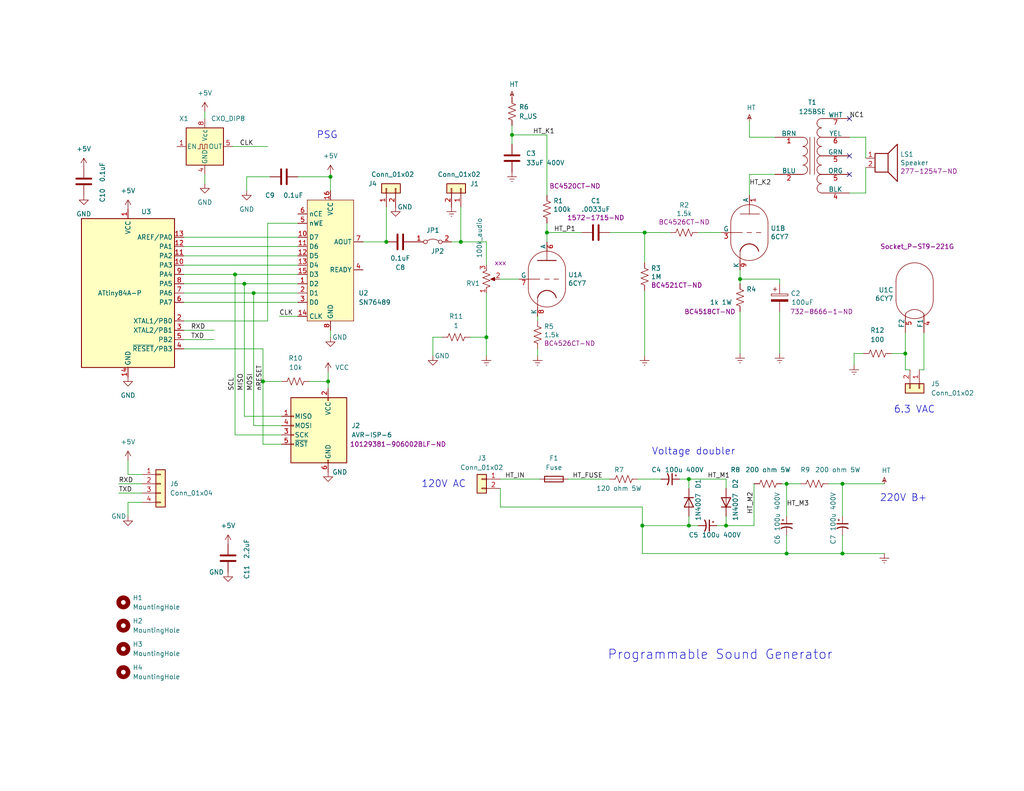
<source format=kicad_sch>
(kicad_sch (version 20230121) (generator eeschema)
  (paper "USLetter")
  (title_block (title "Audio Output Board") (date "2024-02-04") (rev "A") (company "UPCO Graphics Systems"))
  (lib_symbols
    (symbol "Connector:AVR-ISP-6" (pin_names (offset 1.016))
      (property "Reference" "J" (at -6.35 11.43 0))
      (property "Value" "AVR-ISP-6" (at 0 11.43 0))
      (symbol "AVR-ISP-6_0_1"
        (rectangle (start -2.667 -6.858) (end -2.413 -7.62))
        (rectangle (start -2.667 10.16) (end -2.413 9.398))
        (rectangle (start 7.62 -2.413) (end 6.858 -2.667))
        (rectangle (start 7.62 0.127) (end 6.858 -0.127))
        (rectangle (start 7.62 2.667) (end 6.858 2.413))
        (rectangle (start 7.62 5.207) (end 6.858 4.953))
        (rectangle (start 7.62 10.16) (end -7.62 -7.62) (stroke (width 0.254)) (fill (type background)))
      )
      (symbol "AVR-ISP-6_1_1"
        (pin passive line (at 10.16 5.08 180) (length 2.54) (name "MISO") (number "1"))
        (pin passive line (at -2.54 12.7 270) (length 2.54) (name "VCC") (number "2"))
        (pin passive line (at 10.16 0 180) (length 2.54) (name "SCK") (number "3"))
        (pin passive line (at 10.16 2.54 180) (length 2.54) (name "MOSI") (number "4"))
        (pin passive line (at 10.16 -2.54 180) (length 2.54) (name "~{RST}") (number "5"))
        (pin passive line (at -2.54 -10.16 90) (length 2.54) (name "GND") (number "6"))
      )
    )
    (symbol "Connector_Generic:Conn_01x02" (pin_names (offset 1.016) hide)
      (property "Reference" "J" (at 0 2.54 0))
      (property "Value" "Conn_01x02" (at 0 -5.08 0))
      (symbol "Conn_01x02_1_1"
        (rectangle (start -1.27 -2.413) (end 0 -2.667) (stroke (width 0.1524)))
        (rectangle (start -1.27 0.127) (end 0 -0.127) (stroke (width 0.1524)))
        (rectangle (start -1.27 1.27) (end 1.27 -3.81) (stroke (width 0.254)) (fill (type background)))
        (pin passive line (at -5.08 0 0) (length 3.81) (name "Pin_1") (number "1"))
        (pin passive line (at -5.08 -2.54 0) (length 3.81) (name "Pin_2") (number "2"))
      )
    )
    (symbol "Connector_Generic:Conn_01x04" (pin_names (offset 1.016) hide)
      (property "Reference" "J" (at 0 5.08 0))
      (property "Value" "Conn_01x04" (at 0 -7.62 0))
      (symbol "Conn_01x04_1_1"
        (rectangle (start -1.27 -4.953) (end 0 -5.207) (stroke (width 0.1524)))
        (rectangle (start -1.27 -2.413) (end 0 -2.667) (stroke (width 0.1524)))
        (rectangle (start -1.27 0.127) (end 0 -0.127) (stroke (width 0.1524)))
        (rectangle (start -1.27 2.667) (end 0 2.413) (stroke (width 0.1524)))
        (rectangle (start -1.27 3.81) (end 1.27 -6.35) (stroke (width 0.254)) (fill (type background)))
        (pin passive line (at -5.08 2.54 0) (length 3.81) (name "Pin_1") (number "1"))
        (pin passive line (at -5.08 0 0) (length 3.81) (name "Pin_2") (number "2"))
        (pin passive line (at -5.08 -2.54 0) (length 3.81) (name "Pin_3") (number "3"))
        (pin passive line (at -5.08 -5.08 0) (length 3.81) (name "Pin_4") (number "4"))
      )
    )
    (symbol "Device:C" (pin_numbers hide) (pin_names (offset 0.254))
      (property "Reference" "C" (at 0.635 2.54 0))
      (property "Value" "C" (at 0.635 -2.54 0))
      (symbol "C_0_1"
        (polyline (pts (xy -2.032 -0.762) (xy 2.032 -0.762)) (stroke (width 0.508)))
        (polyline (pts (xy -2.032 0.762) (xy 2.032 0.762)) (stroke (width 0.508)))
      )
      (symbol "C_1_1"
        (pin passive line (at 0 3.81 270) (length 2.794) (name "~") (number "1"))
        (pin passive line (at 0 -3.81 90) (length 2.794) (name "~") (number "2"))
      )
    )
    (symbol "Device:C_Polarized_Small_US" (pin_numbers hide) (pin_names (offset 0.254) hide)
      (property "Reference" "C" (at 0.254 1.778 0))
      (property "Value" "C_Polarized_Small_US" (at 0.254 -2.032 0))
      (symbol "C_Polarized_Small_US_0_1"
        (polyline (pts (xy -1.524 0.508) (xy 1.524 0.508)) (stroke (width 0.3048)))
        (polyline (pts (xy -1.27 1.524) (xy -0.762 1.524)))
        (polyline (pts (xy -1.016 1.27) (xy -1.016 1.778)))
        (arc (start 1.524 -0.762) (mid 0 -0.3734) (end -1.524 -0.762) (stroke (width 0.3048)))
      )
      (symbol "C_Polarized_Small_US_1_1"
        (pin passive line (at 0 2.54 270) (length 2.032) (name "~") (number "1"))
        (pin passive line (at 0 -2.54 90) (length 2.032) (name "~") (number "2"))
      )
    )
    (symbol "Device:Fuse" (pin_numbers hide) (pin_names (offset 0))
      (property "Reference" "F" (at 2.032 0 90))
      (property "Value" "Fuse" (at -1.905 0 90))
      (symbol "Fuse_0_1"
        (rectangle (start -0.762 -2.54) (end 0.762 2.54) (stroke (width 0.254)))
        (polyline (pts (xy 0 2.54) (xy 0 -2.54)))
      )
      (symbol "Fuse_1_1"
        (pin passive line (at 0 3.81 270) (length 1.27) (name "~") (number "1"))
        (pin passive line (at 0 -3.81 90) (length 1.27) (name "~") (number "2"))
      )
    )
    (symbol "Device:R_US" (pin_numbers hide) (pin_names (offset 0))
      (property "Reference" "R" (at 2.54 0 90))
      (property "Value" "R_US" (at -2.54 0 90))
      (symbol "R_US_0_1"
        (polyline (pts (xy 0 -2.286) (xy 0 -2.54)))
        (polyline (pts (xy 0 2.286) (xy 0 2.54)))
        (polyline (pts (xy 0 -0.762) (xy 1.016 -1.143) (xy 0 -1.524) (xy -1.016 -1.905) (xy 0 -2.286)))
        (polyline (pts (xy 0 0.762) (xy 1.016 0.381) (xy 0 0) (xy -1.016 -0.381) (xy 0 -0.762)))
        (polyline (pts (xy 0 2.286) (xy 1.016 1.905) (xy 0 1.524) (xy -1.016 1.143) (xy 0 0.762)))
      )
      (symbol "R_US_1_1"
        (pin passive line (at 0 3.81 270) (length 1.27) (name "~") (number "1"))
        (pin passive line (at 0 -3.81 90) (length 1.27) (name "~") (number "2"))
      )
    )
    (symbol "Device:Speaker" (pin_names (offset 0) hide)
      (property "Reference" "LS" (at 1.27 5.715 0))
      (property "Value" "Speaker" (at 1.27 3.81 0))
      (symbol "Speaker_0_0"
        (rectangle (start -2.54 1.27) (end 1.016 -3.81) (stroke (width 0.254)))
        (polyline (pts (xy 1.016 1.27) (xy 3.556 3.81) (xy 3.556 -6.35) (xy 1.016 -3.81)) (stroke (width 0.254)))
      )
      (symbol "Speaker_1_1"
        (pin input line (at -5.08 0 0) (length 2.54) (name "1") (number "1"))
        (pin input line (at -5.08 -2.54 0) (length 2.54) (name "2") (number "2"))
      )
    )
    (symbol "Diode:1N4007" (pin_numbers hide) (pin_names hide)
      (property "Reference" "D" (at 0 2.54 0))
      (property "Value" "1N4007" (at 0 -2.54 0))
      (symbol "1N4007_0_1"
        (polyline (pts (xy -1.27 1.27) (xy -1.27 -1.27)) (stroke (width 0.254)))
        (polyline (pts (xy 1.27 0) (xy -1.27 0)))
        (polyline (pts (xy 1.27 1.27) (xy 1.27 -1.27) (xy -1.27 0) (xy 1.27 1.27)) (stroke (width 0.254)))
      )
      (symbol "1N4007_1_1"
        (pin passive line (at -3.81 0 0) (length 2.54) (name "K") (number "1"))
        (pin passive line (at 3.81 0 180) (length 2.54) (name "A") (number "2"))
      )
    )
    (symbol "Jumper:Jumper_2_Bridged" (pin_names (offset 0) hide)
      (property "Reference" "JP" (at 0 1.905 0))
      (property "Value" "Jumper_2_Bridged" (at 0 -2.54 0))
      (symbol "Jumper_2_Bridged_0_0"
        (circle (center -2.032 0) (radius 0.508))
        (circle (center 2.032 0) (radius 0.508))
      )
      (symbol "Jumper_2_Bridged_0_1"
        (arc (start 1.524 0.254) (mid 0 0.762) (end -1.524 0.254))
      )
      (symbol "Jumper_2_Bridged_1_1"
        (pin passive line (at -5.08 0 0) (length 2.54) (name "A") (number "1"))
        (pin passive line (at 5.08 0 180) (length 2.54) (name "B") (number "2"))
      )
    )
    (symbol "MCU_Microchip_ATtiny:ATtiny84A-P"
      (property "Reference" "U" (at -12.7 21.59 0))
      (property "Value" "ATtiny84A-P" (at 2.54 -21.59 0))
      (symbol "ATtiny84A-P_0_1"
        (rectangle (start -12.7 -20.32) (end 12.7 20.32) (stroke (width 0.254)) (fill (type background)))
      )
      (symbol "ATtiny84A-P_1_1"
        (pin power_in line (at 0 22.86 270) (length 2.54) (name "VCC") (number "1"))
        (pin bidirectional line (at 15.24 7.62 180) (length 2.54) (name "PA3") (number "10"))
        (pin bidirectional line (at 15.24 10.16 180) (length 2.54) (name "PA2") (number "11"))
        (pin bidirectional line (at 15.24 12.7 180) (length 2.54) (name "PA1") (number "12"))
        (pin bidirectional line (at 15.24 15.24 180) (length 2.54) (name "AREF/PA0") (number "13"))
        (pin power_in line (at 0 -22.86 90) (length 2.54) (name "GND") (number "14"))
        (pin bidirectional line (at 15.24 -7.62 180) (length 2.54) (name "XTAL1/PB0") (number "2"))
        (pin bidirectional line (at 15.24 -10.16 180) (length 2.54) (name "XTAL2/PB1") (number "3"))
        (pin bidirectional line (at 15.24 -15.24 180) (length 2.54) (name "~{RESET}/PB3") (number "4"))
        (pin bidirectional line (at 15.24 -12.7 180) (length 2.54) (name "PB2") (number "5"))
        (pin bidirectional line (at 15.24 -2.54 180) (length 2.54) (name "PA7") (number "6"))
        (pin bidirectional line (at 15.24 0 180) (length 2.54) (name "PA6") (number "7"))
        (pin bidirectional line (at 15.24 2.54 180) (length 2.54) (name "PA5") (number "8"))
        (pin bidirectional line (at 15.24 5.08 180) (length 2.54) (name "PA4") (number "9"))
      )
    )
    (symbol "Mechanical:MountingHole" (pin_names (offset 1.016))
      (property "Reference" "H" (at 0 5.08 0))
      (property "Value" "MountingHole" (at 0 3.175 0))
      (symbol "MountingHole_0_1"
        (circle (center 0 0) (radius 1.27) (stroke (width 1.27)))
      )
    )
    (symbol "Oscillator:CXO_DIP8" (pin_names (offset 0.254))
      (property "Reference" "X" (at -5.08 6.35 0))
      (property "Value" "CXO_DIP8" (at 1.27 -6.35 0))
      (symbol "CXO_DIP8_0_1"
        (rectangle (start -5.08 5.08) (end 5.08 -5.08) (stroke (width 0.254)) (fill (type background)))
        (polyline (pts (xy -1.905 -0.635) (xy -1.27 -0.635) (xy -1.27 0.635) (xy -0.635 0.635) (xy -0.635 -0.635) (xy 0 -0.635) (xy 0 0.635) (xy 0.635 0.635) (xy 0.635 -0.635)))
      )
      (symbol "CXO_DIP8_1_1"
        (pin input line (at -7.62 0 0) (length 2.54) (name "EN") (number "1"))
        (pin power_in line (at 0 -7.62 90) (length 2.54) (name "GND") (number "4"))
        (pin output line (at 7.62 0 180) (length 2.54) (name "OUT") (number "5"))
        (pin power_in line (at 0 7.62 270) (length 2.54) (name "Vcc") (number "8"))
      )
    )
    (symbol "amp-rescue:CP-Device" (pin_numbers hide) (pin_names (offset 0.254))
      (property "Reference" "C" (at 0.635 2.54 0))
      (property "Value" "Device_CP" (at 0.635 -2.54 0))
      (symbol "CP-Device_0_1"
        (rectangle (start -2.286 0.508) (end 2.286 1.016))
        (polyline (pts (xy -1.778 2.286) (xy -0.762 2.286)))
        (polyline (pts (xy -1.27 2.794) (xy -1.27 1.778)))
        (rectangle (start 2.286 -0.508) (end -2.286 -1.016) (fill (type outline)))
      )
      (symbol "CP-Device_1_1"
        (pin passive line (at 0 3.81 270) (length 2.794) (name "~") (number "1"))
        (pin passive line (at 0 -3.81 90) (length 2.794) (name "~") (number "2"))
      )
    )
    (symbol "amp-rescue:R_POT_US-Device" (pin_names (offset 1.016) hide)
      (property "Reference" "RV" (at -4.445 0 90))
      (property "Value" "Device_R_POT_US" (at -2.54 0 90))
      (symbol "R_POT_US-Device_0_1"
        (polyline (pts (xy 0 -2.286) (xy 0 -2.54)))
        (polyline (pts (xy 0 2.54) (xy 0 2.286)))
        (polyline (pts (xy 2.54 0) (xy 1.524 0)))
        (polyline (pts (xy 1.143 0) (xy 2.286 0.508) (xy 2.286 -0.508) (xy 1.143 0)) (fill (type outline)))
        (polyline (pts (xy 0 -0.762) (xy 1.016 -1.143) (xy 0 -1.524) (xy -1.016 -1.905) (xy 0 -2.286)))
        (polyline (pts (xy 0 0.762) (xy 1.016 0.381) (xy 0 0) (xy -1.016 -0.381) (xy 0 -0.762)))
        (polyline (pts (xy 0 2.286) (xy 1.016 1.905) (xy 0 1.524) (xy -1.016 1.143) (xy 0 0.762)))
      )
      (symbol "R_POT_US-Device_1_1"
        (pin passive line (at 0 3.81 270) (length 1.27) (name "1") (number "1"))
        (pin passive line (at 3.81 0 180) (length 1.27) (name "2") (number "2"))
        (pin passive line (at 0 -3.81 90) (length 1.27) (name "3") (number "3"))
      )
    )
    (symbol "my_hammond:125BSE" (pin_names (offset 0))
      (property "Reference" "T1" (at -11.938 17.272 0))
      (property "Value" "125BSE" (at -9.398 14.986 0))
      (symbol "125BSE_0_1"
        (arc (start -2.54 0.0254) (mid -1.6561 0.3937) (end -1.27 1.27))
        (arc (start -2.54 2.5654) (mid -1.6561 2.9337) (end -1.27 3.81))
        (arc (start -2.54 5.1054) (mid -1.6561 5.4737) (end -1.27 6.35))
        (arc (start -2.54 7.6454) (mid -1.6561 8.0137) (end -1.27 8.89))
        (arc (start -1.27 1.27) (mid -1.642 2.168) (end -2.54 2.54))
        (arc (start -1.27 3.81) (mid -1.642 4.708) (end -2.54 5.08))
        (arc (start -1.27 6.35) (mid -1.642 7.248) (end -2.54 7.62))
        (arc (start -1.27 8.89) (mid -1.642 9.788) (end -2.54 10.16))
        (polyline (pts (xy -0.635 10.16) (xy -0.635 0)))
        (polyline (pts (xy 0.635 0) (xy 0.635 10.16)))
        (arc (start 1.2954 -1.27) (mid 1.6599 -2.1501) (end 2.54 -2.5146))
        (arc (start 1.2954 1.27) (mid 1.6599 0.3899) (end 2.54 0.0254))
        (arc (start 1.2954 3.81) (mid 1.6599 2.9299) (end 2.54 2.5654))
        (arc (start 1.2954 8.89) (mid 1.6599 8.0099) (end 2.54 7.6454))
        (arc (start 1.2954 11.43) (mid 1.6599 10.5499) (end 2.54 10.1854))
        (arc (start 1.2954 13.97) (mid 1.6599 13.0899) (end 2.54 12.7254))
        (arc (start 1.3208 -3.81) (mid 1.6853 -4.6901) (end 2.5654 -5.0546))
        (arc (start 1.3208 6.35) (mid 1.6854 5.4701) (end 2.5654 5.1054))
        (arc (start 2.54 0) (mid 1.642 -0.372) (end 1.2954 -1.27))
        (arc (start 2.54 2.54) (mid 1.642 2.168) (end 1.2954 1.27))
        (arc (start 2.54 5.08) (mid 1.642 4.708) (end 1.2954 3.81))
        (arc (start 2.54 10.16) (mid 1.6458 9.7915) (end 1.2954 8.89))
        (arc (start 2.54 12.7) (mid 1.6458 12.3315) (end 1.2954 11.43))
        (arc (start 2.54 15.24) (mid 1.6458 14.8715) (end 1.2954 13.97))
        (arc (start 2.5654 -2.54) (mid 1.6674 -2.912) (end 1.3208 -3.81))
        (arc (start 2.5654 7.62) (mid 1.6709 7.2517) (end 1.3208 6.35))
      )
      (symbol "125BSE_1_1"
        (pin passive line (at -10.16 10.16 0) (length 7.62) (name "BRN") (number "1"))
        (pin passive line (at -10.16 0 0) (length 7.62) (name "BLU") (number "2"))
        (pin passive line (at 10.16 -5.08 180) (length 7.62) (name "BLK") (number "4"))
        (pin passive line (at 10.16 5.08 180) (length 7.62) (name "GRN") (number "5"))
        (pin passive line (at 10.16 0 180) (length 7.62) (name "ORG") (number "5"))
        (pin passive line (at 10.16 10.16 180) (length 7.62) (name "YEL") (number "6"))
        (pin passive line (at 10.16 15.24 180) (length 7.62) (name "WHT") (number "7"))
      )
    )
    (symbol "my_psg:SN76489"
      (property "Reference" "U" (at -3.81 5.08 0))
      (symbol "SN76489_1_1"
        (rectangle (start 2.54 3.81) (end 15.24 -29.21) (fill (type background)))
        (pin input line (at 0 -19.05 0) (length 2.54) (name "D2") (number "1"))
        (pin input line (at 0 -6.35 0) (length 2.54) (name "D7") (number "10"))
        (pin input line (at 0 -8.89 0) (length 2.54) (name "D6") (number "11"))
        (pin input line (at 0 -11.43 0) (length 2.54) (name "D5") (number "12"))
        (pin input line (at 0 -13.97 0) (length 2.54) (name "D4") (number "13"))
        (pin input line (at 0 -27.94 0) (length 2.54) (name "CLK") (number "14"))
        (pin input line (at 0 -16.51 0) (length 2.54) (name "D3") (number "15"))
        (pin power_in line (at 8.89 6.35 270) (length 2.54) (name "VCC") (number "16"))
        (pin input line (at 0 -21.59 0) (length 2.54) (name "D1") (number "2"))
        (pin input line (at 0 -24.13 0) (length 2.54) (name "D0") (number "3"))
        (pin output line (at 17.78 -15.24 180) (length 2.54) (name "READY") (number "4"))
        (pin input line (at 0 -2.54 0) (length 2.54) (name "nWE") (number "5"))
        (pin input line (at 0 0 0) (length 2.54) (name "nCE") (number "6"))
        (pin output line (at 17.78 -7.62 180) (length 2.54) (name "AOUT") (number "7"))
        (pin unspecified line (at 8.89 -31.75 90) (length 2.54) (name "GND") (number "8"))
      )
    )
    (symbol "my_tubes:6CY7" (pin_names (offset 0))
      (property "Reference" "U" (at 4.318 7.112 0))
      (property "Value" "6CY7" (at 5.08 -7.62 0))
      (symbol "6CY7_0_1"
        (arc (start -5.08 -2.54) (mid 0 -7.5979) (end 5.08 -2.54))
        (polyline (pts (xy -5.08 0) (xy -5.08 -2.54)))
        (polyline (pts (xy -5.08 2.54) (xy -5.08 0)))
        (polyline (pts (xy 5.08 2.54) (xy 5.08 -2.54)))
        (arc (start 5.08 2.54) (mid 0 7.5979) (end -5.08 2.54))
      )
      (symbol "6CY7_1_0"
        (polyline (pts (xy -2.54 -5.08) (xy -2.54 -7.62)))
        (polyline (pts (xy 0 5.08) (xy 0 7.62)))
      )
      (symbol "6CY7_1_1"
        (polyline (pts (xy -5.08 0) (xy -3.175 0)))
        (polyline (pts (xy -1.905 0) (xy -3.175 0)) (stroke (width 0.1524)))
        (polyline (pts (xy -0.635 0) (xy 0.635 0)) (stroke (width 0.1524)))
        (polyline (pts (xy 1.905 0) (xy 3.175 0)) (stroke (width 0.1524)))
        (polyline (pts (xy -2.54 5.08) (xy 2.54 5.08) (xy 2.54 5.08)) (stroke (width 0.254)))
        (arc (start 2.54 -5.08) (mid 0 -3.0968) (end -2.54 -5.08) (stroke (width 0.254)))
        (pin output line (at 0 10.16 270) (length 2.54) (name "A") (number "6"))
        (pin input line (at -7.62 0 0) (length 2.54) (name "G") (number "7"))
        (pin bidirectional line (at -2.54 -10.16 90) (length 2.54) (name "K") (number "8"))
      )
      (symbol "6CY7_2_0"
        (polyline (pts (xy -5.08 0) (xy -3.175 0)))
        (polyline (pts (xy -2.54 -5.08) (xy -2.54 -7.62)))
        (polyline (pts (xy -1.905 0) (xy -3.175 0)) (stroke (width 0.1524)))
        (polyline (pts (xy -0.635 0) (xy 0.635 0)) (stroke (width 0.1524)))
        (polyline (pts (xy 0 5.08) (xy 0 7.62)))
        (polyline (pts (xy 1.905 0) (xy 3.175 0)) (stroke (width 0.1524)))
        (polyline (pts (xy 2.794 5.08) (xy -2.54 5.08) (xy -2.54 5.08)) (stroke (width 0.1524)))
      )
      (symbol "6CY7_2_1"
        (arc (start 2.54 -5.08) (mid 0 -3.0968) (end -2.54 -5.08) (stroke (width 0.254)))
        (pin output line (at 0 10.16 270) (length 2.54) (name "A") (number "1"))
        (pin input line (at -7.62 0 0) (length 2.54) (name "G") (number "3"))
        (pin bidirectional line (at -2.54 -10.16 90) (length 2.54) (name "K") (number "9"))
      )
      (symbol "6CY7_3_1"
        (arc (start 2.54 -6.35) (mid 0 -5.1292) (end -2.54 -6.35))
        (pin power_in line (at -2.54 -11.43 90) (length 5.08) (name "F1") (number "4"))
        (pin power_in line (at 2.54 -11.43 90) (length 5.08) (name "F2") (number "5"))
      )
    )
    (symbol "power:+5V" (power) (pin_names (offset 0))
      (property "Value" "+5V" (at 0 3.556 0))
      (symbol "+5V_0_1"
        (polyline (pts (xy -0.762 1.27) (xy 0 2.54)))
        (polyline (pts (xy 0 0) (xy 0 2.54)))
        (polyline (pts (xy 0 2.54) (xy 0.762 1.27)))
      )
      (symbol "+5V_1_1"
        (pin power_in line (at 0 0 90) (length 0) hide (name "+5V") (number "1"))
      )
    )
    (symbol "power:Earth" (power) (pin_names (offset 0))
      (symbol "Earth_0_1"
        (polyline (pts (xy -0.635 -1.905) (xy 0.635 -1.905)))
        (polyline (pts (xy -0.127 -2.54) (xy 0.127 -2.54)))
        (polyline (pts (xy 0 -1.27) (xy 0 0)))
        (polyline (pts (xy 1.27 -1.27) (xy -1.27 -1.27)))
      )
      (symbol "Earth_1_1"
        (pin power_in line (at 0 0 270) (length 0) hide (name "Earth") (number "1"))
      )
    )
    (symbol "power:GND" (power) (pin_names (offset 0))
      (property "Value" "GND" (at 0 -3.81 0))
      (symbol "GND_0_1"
        (polyline (pts (xy 0 0) (xy 0 -1.27) (xy 1.27 -1.27) (xy 0 -2.54) (xy -1.27 -1.27) (xy 0 -1.27)))
      )
      (symbol "GND_1_1"
        (pin power_in line (at 0 0 270) (length 0) hide (name "GND") (number "1"))
      )
    )
    (symbol "power:HT" (power) (pin_names (offset 0))
      (property "Value" "HT" (at 0 2.286 0))
      (symbol "HT_0_0"
        (pin power_in line (at 0 0 90) (length 0) hide (name "HT") (number "1"))
      )
      (symbol "HT_0_1"
        (polyline (pts (xy 0 0) (xy 0 1.016) (xy 0 1.016)))
        (polyline (pts (xy 0 1.016) (xy 0.508 0.508) (xy 0 1.778) (xy -0.508 0.508) (xy 0 1.016) (xy 0 1.016)))
      )
    )
    (symbol "power:VCC" (power) (pin_names (offset 0))
      (property "Value" "VCC" (at 0 3.81 0))
      (symbol "VCC_0_1"
        (polyline (pts (xy -0.762 1.27) (xy 0 2.54)))
        (polyline (pts (xy 0 0) (xy 0 2.54)))
        (polyline (pts (xy 0 2.54) (xy 0.762 1.27)))
      )
      (symbol "VCC_1_1"
        (pin power_in line (at 0 0 90) (length 0) hide (name "VCC") (number "1"))
      )
    )
  )
  (junction (at 89.535 104.14))
  (junction (at 214.63 132.08))
  (junction (at 187.96 130.81))
  (junction (at 175.26 143.51))
  (junction (at 198.12 143.51))
  (junction (at 229.87 151.13))
  (junction (at 175.895 63.5))
  (junction (at 149.225 63.5))
  (junction (at 132.715 92.075))
  (junction (at 71.755 104.14))
  (junction (at 201.93 76.2))
  (junction (at 247.015 96.52))
  (junction (at 139.7 36.83))
  (junction (at 64.135 74.93))
  (junction (at 90.17 48.26))
  (junction (at 187.96 143.51))
  (junction (at 105.41 66.04))
  (junction (at 125.73 66.04))
  (junction (at 229.87 132.08))
  (junction (at 66.675 77.47))
  (junction (at 69.215 80.01))
  (junction (at 214.63 151.13))
  (no_connect (at 231.775 42.545))
  (no_connect (at 231.775 32.385))
  (no_connect (at 231.775 47.625))
  (wire (pts (xy 248.285 100.965) (xy 247.015 100.965)))
  (wire (pts (xy 105.41 56.515) (xy 105.41 66.04)))
  (wire (pts (xy 32.385 134.62) (xy 38.735 134.62)))
  (wire (pts (xy 76.835 113.665) (xy 66.675 113.665)))
  (wire (pts (xy 32.385 132.08) (xy 38.735 132.08)))
  (wire (pts (xy 198.12 130.81) (xy 187.96 130.81)))
  (wire (pts (xy 187.96 130.81) (xy 185.42 130.81)))
  (wire (pts (xy 175.895 71.755) (xy 175.895 63.5)))
  (wire (pts (xy 201.93 76.2) (xy 201.93 73.66)))
  (wire (pts (xy 198.12 143.51) (xy 198.12 140.97)))
  (wire (pts (xy 204.47 37.465) (xy 204.47 33.02)))
  (wire (pts (xy 136.525 76.2) (xy 141.605 76.2)))
  (wire (pts (xy 187.96 133.35) (xy 187.96 130.81)))
  (wire (pts (xy 175.26 138.43) (xy 175.26 143.51)))
  (wire (pts (xy 198.12 133.35) (xy 198.12 130.81)))
  (wire (pts (xy 50.165 92.71) (xy 58.42 92.71)))
  (wire (pts (xy 198.12 143.51) (xy 205.74 143.51)))
  (wire (pts (xy 76.2 86.36) (xy 81.28 86.36)))
  (wire (pts (xy 149.225 63.5) (xy 149.225 66.04)))
  (wire (pts (xy 81.28 67.31) (xy 50.165 67.31)))
  (wire (pts (xy 118.11 92.075) (xy 120.65 92.075)))
  (wire (pts (xy 204.47 47.625) (xy 211.455 47.625)))
  (wire (pts (xy 190.5 143.51) (xy 187.96 143.51)))
  (wire (pts (xy 146.685 87.63) (xy 146.685 86.36)))
  (wire (pts (xy 214.63 151.13) (xy 229.87 151.13)))
  (wire (pts (xy 64.135 74.93) (xy 50.165 74.93)))
  (wire (pts (xy 175.895 63.5) (xy 182.88 63.5)))
  (wire (pts (xy 139.7 36.83) (xy 139.7 34.29)))
  (wire (pts (xy 105.41 66.04) (xy 99.06 66.04)))
  (wire (pts (xy 71.755 104.14) (xy 71.755 121.285)))
  (wire (pts (xy 128.27 92.075) (xy 132.715 92.075)))
  (wire (pts (xy 34.925 137.16) (xy 34.925 140.97)))
  (wire (pts (xy 173.99 130.81) (xy 180.34 130.81)))
  (wire (pts (xy 66.675 77.47) (xy 66.675 113.665)))
  (wire (pts (xy 187.96 143.51) (xy 187.96 140.97)))
  (wire (pts (xy 229.87 132.08) (xy 229.87 140.97)))
  (wire (pts (xy 66.675 77.47) (xy 50.165 77.47)))
  (wire (pts (xy 226.06 132.08) (xy 229.87 132.08)))
  (wire (pts (xy 64.135 74.93) (xy 64.135 118.745)))
  (wire (pts (xy 50.165 90.17) (xy 58.42 90.17)))
  (wire (pts (xy 214.63 132.08) (xy 218.44 132.08)))
  (wire (pts (xy 229.87 151.13) (xy 241.3 151.13)))
  (wire (pts (xy 118.11 97.155) (xy 118.11 92.075)))
  (wire (pts (xy 81.28 48.26) (xy 90.17 48.26)))
  (wire (pts (xy 90.17 47.625) (xy 90.17 48.26)))
  (wire (pts (xy 247.015 96.52) (xy 247.015 90.805)))
  (wire (pts (xy 149.225 36.83) (xy 139.7 36.83)))
  (wire (pts (xy 125.73 66.04) (xy 132.715 66.04)))
  (wire (pts (xy 229.87 146.05) (xy 229.87 151.13)))
  (wire (pts (xy 175.26 143.51) (xy 187.96 143.51)))
  (wire (pts (xy 252.095 100.965) (xy 252.095 90.805)))
  (wire (pts (xy 67.31 52.07) (xy 67.31 48.26)))
  (wire (pts (xy 231.775 52.705) (xy 236.22 52.705)))
  (wire (pts (xy 76.835 116.205) (xy 69.215 116.205)))
  (wire (pts (xy 132.715 97.155) (xy 132.715 92.075)))
  (wire (pts (xy 196.85 63.5) (xy 190.5 63.5)))
  (wire (pts (xy 55.88 50.165) (xy 55.88 47.625)))
  (wire (pts (xy 63.5 40.005) (xy 73.025 40.005)))
  (wire (pts (xy 76.835 118.745) (xy 64.135 118.745)))
  (wire (pts (xy 214.63 132.08) (xy 214.63 140.97)))
  (wire (pts (xy 73.025 60.96) (xy 81.28 60.96)))
  (wire (pts (xy 125.73 56.515) (xy 125.73 66.04)))
  (wire (pts (xy 67.31 48.26) (xy 73.66 48.26)))
  (wire (pts (xy 175.26 151.13) (xy 214.63 151.13)))
  (wire (pts (xy 212.725 77.47) (xy 212.725 76.2)))
  (wire (pts (xy 247.015 100.965) (xy 247.015 96.52)))
  (wire (pts (xy 69.215 80.01) (xy 50.165 80.01)))
  (wire (pts (xy 175.26 143.51) (xy 175.26 151.13)))
  (wire (pts (xy 136.525 130.81) (xy 147.32 130.81)))
  (wire (pts (xy 81.28 77.47) (xy 66.675 77.47)))
  (wire (pts (xy 166.37 63.5) (xy 175.895 63.5)))
  (wire (pts (xy 204.47 53.34) (xy 204.47 47.625)))
  (wire (pts (xy 55.88 30.48) (xy 55.88 32.385)))
  (wire (pts (xy 236.22 37.465) (xy 236.22 43.18)))
  (wire (pts (xy 236.22 37.465) (xy 231.775 37.465)))
  (wire (pts (xy 212.725 96.52) (xy 212.725 85.09)))
  (wire (pts (xy 90.17 48.26) (xy 90.17 52.07)))
  (wire (pts (xy 34.925 125.73) (xy 34.925 129.54)))
  (wire (pts (xy 158.75 63.5) (xy 149.225 63.5)))
  (wire (pts (xy 243.205 96.52) (xy 247.015 96.52)))
  (wire (pts (xy 201.93 77.47) (xy 201.93 76.2)))
  (wire (pts (xy 81.28 64.77) (xy 50.165 64.77)))
  (wire (pts (xy 81.28 80.01) (xy 69.215 80.01)))
  (wire (pts (xy 154.94 130.81) (xy 166.37 130.81)))
  (wire (pts (xy 81.28 74.93) (xy 64.135 74.93)))
  (wire (pts (xy 81.28 72.39) (xy 50.165 72.39)))
  (wire (pts (xy 123.19 66.04) (xy 125.73 66.04)))
  (wire (pts (xy 81.28 69.85) (xy 50.165 69.85)))
  (wire (pts (xy 175.895 79.375) (xy 175.895 97.155)))
  (wire (pts (xy 236.22 52.705) (xy 236.22 45.72)))
  (wire (pts (xy 212.725 76.2) (xy 201.93 76.2)))
  (wire (pts (xy 73.025 87.63) (xy 73.025 60.96)))
  (wire (pts (xy 76.835 121.285) (xy 71.755 121.285)))
  (wire (pts (xy 81.28 82.55) (xy 50.165 82.55)))
  (wire (pts (xy 50.165 95.25) (xy 71.755 95.25)))
  (wire (pts (xy 211.455 37.465) (xy 204.47 37.465)))
  (wire (pts (xy 132.715 92.075) (xy 132.715 80.01)))
  (wire (pts (xy 38.735 129.54) (xy 34.925 129.54)))
  (wire (pts (xy 136.525 133.35) (xy 136.525 138.43)))
  (wire (pts (xy 213.36 132.08) (xy 214.63 132.08)))
  (wire (pts (xy 149.225 60.96) (xy 149.225 63.5)))
  (wire (pts (xy 205.74 143.51) (xy 205.74 132.08)))
  (wire (pts (xy 71.755 95.25) (xy 71.755 104.14)))
  (wire (pts (xy 233.045 96.52) (xy 235.585 96.52)))
  (wire (pts (xy 139.7 36.83) (xy 139.7 39.37)))
  (wire (pts (xy 71.755 104.14) (xy 76.835 104.14)))
  (wire (pts (xy 195.58 143.51) (xy 198.12 143.51)))
  (wire (pts (xy 229.87 132.08) (xy 241.3 132.08)))
  (wire (pts (xy 136.525 138.43) (xy 175.26 138.43)))
  (wire (pts (xy 84.455 104.14) (xy 89.535 104.14)))
  (wire (pts (xy 89.535 104.14) (xy 89.535 106.045)))
  (wire (pts (xy 149.225 53.34) (xy 149.225 36.83)))
  (wire (pts (xy 38.735 137.16) (xy 34.925 137.16)))
  (wire (pts (xy 250.825 100.965) (xy 252.095 100.965)))
  (wire (pts (xy 132.715 66.04) (xy 132.715 72.39)))
  (wire (pts (xy 50.165 87.63) (xy 73.025 87.63)))
  (wire (pts (xy 146.685 97.155) (xy 146.685 95.25)))
  (wire (pts (xy 89.535 101.6) (xy 89.535 104.14)))
  (wire (pts (xy 214.63 146.05) (xy 214.63 151.13)))
  (wire (pts (xy 201.93 96.52) (xy 201.93 85.09)))
  (wire (pts (xy 233.045 99.695) (xy 233.045 96.52)))
  (wire (pts (xy 69.215 80.01) (xy 69.215 116.205)))
  (wire (pts (xy 90.17 92.075) (xy 90.17 90.17)))
  (text "PSG" (at 86.36 38.1 0) (effects (font (size 1.905 1.905)) (justify left bottom)))
  (text "120V AC" (at 114.935 133.35 0) (effects (font (size 1.905 1.905)) (justify left bottom)))
  (text "220V B+" (at 240.03 137.16 0) (effects (font (size 1.905 1.905)) (justify left bottom)))
  (text "Voltage doubler" (at 177.8 124.46 0) (effects (font (size 1.905 1.905)) (justify left bottom)))
  (text "6.3 VAC" (at 243.84 113.03 0) (effects (font (size 1.905 1.905)) (justify left bottom)))
  (text "Programmable Sound Generator" (at 165.735 180.34 0) (effects (font (size 2.54 2.54)) (justify left bottom)))
  (label "CLK" (at 76.2 86.36 0))
  (label "nRESET" (at 71.755 106.68 90))
  (label "HT_P1" (at 151.13 63.5 0))
  (label "RXD" (at 32.385 132.08 0))
  (label "MOSI" (at 69.215 106.68 90))
  (label "HT_K2" (at 204.47 50.8 0))
  (label "HT_IN" (at 137.795 130.81 0))
  (label "MISO" (at 66.675 106.68 90))
  (label "NC1" (at 231.775 32.385 0))
  (label "HT_FUSE" (at 156.21 130.81 0))
  (label "RXD" (at 52.07 90.17 0))
  (label "TXD" (at 52.07 92.71 0))
  (label "HT_K1" (at 145.415 36.83 0))
  (label "CLK" (at 65.405 40.005 0))
  (label "SCL" (at 64.135 106.68 90))
  (label "HT_M2" (at 205.74 140.335 90))
  (label "TXD" (at 32.385 134.62 0))
  (label "HT_M3" (at 214.63 138.43 0))
  (label "HT_M1" (at 193.04 130.81 0))
  (symbol (lib_id "power:Earth") (at 175.895 97.155 0) (unit 1)
    (property "Reference" "#PWR07" (effects hide))
    (property "Value" "Earth" (effects hide))
  )
  (symbol (lib_id "Device:Fuse") (at 151.13 130.81 90) (unit 1)
    (property "Reference" "F1" (at 151.13 125.095 90))
    (property "Value" "Fuse" (at 151.13 127.635 90))
  )
  (symbol (lib_id "Mechanical:MountingHole") (at 33.655 177.165 0) (unit 1)
    (property "Reference" "H3" (at 36.195 175.895 0) (effects (justify left)))
    (property "Value" "MountingHole" (at 36.195 178.435 0) (effects (justify left)))
    (property "Footprint" "MountingHole:MountingHole_4.3mm_M4" (effects hide))
  )
  (symbol (lib_id "Connector_Generic:Conn_01x02") (at 105.41 51.435 90) (unit 1)
    (property "Reference" "J4" (at 102.87 50.165 90) (effects (justify left)))
    (property "Value" "Conn_01x02" (at 113.03 47.625 90) (effects (justify left)))
    (property "Footprint" "Connector_PinHeader_2.54mm:PinHeader_1x02_P2.54mm_Vertical" (effects hide))
  )
  (symbol (lib_id "power:GND") (at 67.31 52.07 0) (unit 1)
    (property "Reference" "#PWR023" (effects hide))
    (property "Value" "GND" (at 67.31 57.15 0))
  )
  (symbol (lib_id "Connector_Generic:Conn_01x02") (at 131.445 130.81 0) (mirror y) (unit 1)
    (property "Reference" "J3" (at 131.445 125.095 0))
    (property "Value" "Conn_01x02" (at 131.445 127.635 0))
    (property "Footprint" "Connector_TE-Connectivity:TE_826576-2_1x02_P3.96mm_Vertical" (effects hide))
  )
  (symbol (lib_id "Device:C") (at 109.22 66.04 90) (mirror x) (unit 1)
    (property "Reference" "C8" (at 109.22 73.025 90))
    (property "Value" "0.1uF" (at 109.22 70.485 90))
    (property "Footprint" "Capacitor_THT:C_Disc_D3.4mm_W2.1mm_P2.50mm" (effects hide))
  )
  (symbol (lib_id "power:GND") (at 34.925 102.87 0) (unit 1)
    (property "Reference" "#PWR028" (effects hide))
    (property "Value" "GND" (at 34.925 107.95 0))
  )
  (symbol (lib_id "power:GND") (at 89.535 128.905 0) (unit 1)
    (property "Reference" "#PWR017" (effects hide))
    (property "Value" "GND" (at 92.71 128.905 0))
  )
  (symbol (lib_id "power:GND") (at 34.925 140.97 0) (unit 1)
    (property "Reference" "#PWR019" (effects hide))
    (property "Value" "GND" (at 32.385 140.97 0))
  )
  (symbol (lib_id "Device:R_US") (at 80.645 104.14 90) (unit 1)
    (property "Reference" "R10" (at 80.645 97.79 90))
    (property "Value" "10k" (at 80.645 100.33 90))
    (property "Footprint" "Resistor_THT:R_Axial_DIN0204_L3.6mm_D1.6mm_P5.08mm_Horizontal" (effects hide))
    (property "CatNo" "311-10KERCT-ND" (effects hide))
  )
  (symbol (lib_id "my_psg:SN76489") (at 81.28 58.42 0) (unit 1)
    (property "Reference" "U2" (at 97.79 80.01 0) (effects (justify left)))
    (property "Value" "SN76489" (at 102.235 82.55 0))
    (property "Footprint" "Package_DIP:DIP-16_W7.62mm_LongPads" (effects hide))
  )
  (symbol (lib_id "Device:R_US") (at 139.7 30.48 0) (unit 1)
    (property "Reference" "R6" (at 141.605 29.21 0) (effects (justify left)))
    (property "Value" "R_US" (at 141.605 31.75 0) (effects (justify left)))
    (property "Footprint" "Resistor_THT:R_Axial_DIN0414_L11.9mm_D4.5mm_P15.24mm_Horizontal" (effects hide))
  )
  (symbol (lib_id "power:Earth") (at 146.685 97.155 0) (unit 1)
    (property "Reference" "#PWR06" (effects hide))
    (property "Value" "Earth" (effects hide))
  )
  (symbol (lib_id "Device:C") (at 162.56 63.5 270) (unit 1)
    (property "Reference" "C1" (at 162.56 54.8132 90))
    (property "Value" ".0033uF" (at 162.56 57.1246 90))
    (property "Footprint" "Capacitor_THT:C_Axial_L17.0mm_D6.5mm_P20.00mm_Horizontal" (effects hide))
    (property "CatNo" "1572-1715-ND" (at 162.56 59.436 90))
    (property "Vendor" "DigiKey" (effects hide))
  )
  (symbol (lib_id "Device:R_US") (at 186.69 63.5 270) (unit 1)
    (property "Reference" "R2" (at 186.69 56.007 90))
    (property "Value" "1.5k" (at 186.69 58.3184 90))
    (property "Footprint" "Resistor_THT:R_Axial_DIN0414_L11.9mm_D4.5mm_P15.24mm_Horizontal" (effects hide))
    (property "CatNo" "BC4526CT-ND" (at 186.69 60.6298 90))
    (property "Vendor" "DigiKey" (effects hide))
  )
  (symbol (lib_id "power:Earth") (at 233.045 99.695 0) (unit 1)
    (property "Reference" "#PWR029" (effects hide))
    (property "Value" "Earth" (effects hide))
  )
  (symbol (lib_id "power:Earth") (at 201.93 96.52 0) (unit 1)
    (property "Reference" "#PWR03" (effects hide))
    (property "Value" "Earth" (effects hide))
  )
  (symbol (lib_id "Device:C_Polarized_Small_US") (at 182.88 130.81 270) (unit 1)
    (property "Reference" "C4" (at 179.07 128.27 90))
    (property "Value" "100u 400V" (at 186.69 128.27 90))
    (property "Footprint" "Capacitor_THT:CP_Radial_D22.0mm_P10.00mm_SnapIn" (effects hide))
    (property "CatNo" "493-2567-ND" (effects hide))
  )
  (symbol (lib_id "Device:C") (at 62.23 152.4 0) (mirror x) (unit 1)
    (property "Reference" "C11" (at 67.31 156.21 90))
    (property "Value" "2.2uF" (at 67.31 149.86 90))
    (property "Footprint" "Capacitor_THT:C_Disc_D3.4mm_W2.1mm_P2.50mm" (effects hide))
  )
  (symbol (lib_id "power:Earth") (at 139.7 46.99 0) (unit 1)
    (property "Reference" "#PWR09" (effects hide))
    (property "Value" "Earth" (effects hide))
  )
  (symbol (lib_id "power:GND") (at 22.86 53.34 0) (unit 1)
    (property "Reference" "#PWR014" (effects hide))
    (property "Value" "GND" (at 22.86 58.42 0))
  )
  (symbol (lib_id "power:HT") (at 204.47 33.02 0) (unit 1)
    (property "Reference" "#PWR01" (effects hide))
    (property "Value" "HT" (at 204.978 29.3878 0))
  )
  (symbol (lib_id "my_tubes:6CY7") (at 249.555 79.375 0) (mirror y) (unit 3)
    (property "Reference" "U1" (at 243.7638 79.1718 0) (effects (justify left)))
    (property "Value" "6CY7" (at 243.7638 81.4832 0) (effects (justify left)))
    (property "Footprint" "Valve:Valve_Noval_P" (effects hide))
    (property "CatNo" "Socket_P-ST9-221G" (at 260.35 67.31 0) (effects (justify left)))
    (property "Vendor" "AES" (effects hide))
  )
  (symbol (lib_id "Device:R_US") (at 239.395 96.52 90) (unit 1)
    (property "Reference" "R12" (at 239.395 90.17 90))
    (property "Value" "100" (at 239.395 92.71 90))
    (property "Footprint" "Resistor_THT:R_Axial_DIN0204_L3.6mm_D1.6mm_P5.08mm_Horizontal" (effects hide))
    (property "CatNo" "311-10KERCT-ND" (effects hide))
  )
  (symbol (lib_id "power:GND") (at 118.11 97.155 0) (unit 1)
    (property "Reference" "#PWR027" (effects hide))
    (property "Value" "GND" (at 120.65 97.155 0))
  )
  (symbol (lib_id "Device:C") (at 22.86 49.53 0) (mirror x) (unit 1)
    (property "Reference" "C10" (at 27.94 53.34 90))
    (property "Value" "0.1uF" (at 27.94 46.99 90))
    (property "Footprint" "Capacitor_THT:C_Disc_D3.4mm_W2.1mm_P2.50mm" (effects hide))
  )
  (symbol (lib_id "power:+5V") (at 34.925 125.73 0) (unit 1)
    (property "Reference" "#PWR020" (effects hide))
    (property "Value" "+5V" (at 34.925 120.65 0))
  )
  (symbol (lib_id "power:HT") (at 241.3 132.08 0) (unit 1)
    (property "Reference" "#PWR010" (effects hide))
    (property "Value" "HT" (at 241.808 128.4478 0))
  )
  (symbol (lib_id "Connector_Generic:Conn_01x04") (at 43.815 132.08 0) (unit 1)
    (property "Reference" "J6" (at 46.355 132.0799 0) (effects (justify left)))
    (property "Value" "Conn_01x04" (at 46.355 134.6199 0) (effects (justify left)))
    (property "Footprint" "Connector_PinHeader_2.54mm:PinHeader_1x04_P2.54mm_Vertical" (effects hide))
  )
  (symbol (lib_id "Diode:1N4007") (at 187.96 137.16 270) (unit 1)
    (property "Reference" "D1" (at 190.5 132.08 0))
    (property "Value" "1N4007" (at 190.5 138.43 0))
    (property "Footprint" "Diode_THT:D_DO-41_SOD81_P10.16mm_Horizontal" (effects hide))
    (property "Datasheet" "http://www.vishay.com/docs/88503/1n4001.pdf" (effects hide))
  )
  (symbol (lib_id "power:Earth") (at 123.19 56.515 0) (unit 1)
    (property "Reference" "#PWR018" (effects hide))
    (property "Value" "Earth" (effects hide))
  )
  (symbol (lib_id "Connector_Generic:Conn_01x02") (at 250.825 106.045 270) (unit 1)
    (property "Reference" "J5" (at 254 104.775 90) (effects (justify left)))
    (property "Value" "Conn_01x02" (at 254 107.315 90) (effects (justify left)))
    (property "Footprint" "Connector_PinHeader_2.54mm:PinHeader_1x02_P2.54mm_Vertical" (effects hide))
  )
  (symbol (lib_id "power:VCC") (at 89.535 101.6 0) (unit 1)
    (property "Reference" "#PWR016" (effects hide))
    (property "Value" "VCC" (at 93.345 100.33 0))
  )
  (symbol (lib_id "Device:C") (at 139.7 43.18 0) (unit 1)
    (property "Reference" "C3" (at 143.51 41.91 0) (effects (justify left)))
    (property "Value" "33uF 400V" (at 143.51 44.45 0) (effects (justify left)))
    (property "Footprint" "Capacitor_THT:CP_Radial_D8.0mm_P3.50mm" (effects hide))
  )
  (symbol (lib_id "power:GND") (at 90.17 92.075 0) (unit 1)
    (property "Reference" "#PWR013" (effects hide))
    (property "Value" "GND" (at 92.71 92.075 0))
  )
  (symbol (lib_id "power:Earth") (at 132.715 97.155 0) (unit 1)
    (property "Reference" "#PWR05" (effects hide))
    (property "Value" "Earth" (effects hide))
  )
  (symbol (lib_id "power:GND") (at 107.95 56.515 0) (unit 1)
    (property "Reference" "#PWR08" (effects hide))
    (property "Value" "GND" (at 110.49 56.515 0))
  )
  (symbol (lib_id "Device:R_US") (at 146.685 91.44 0) (unit 1)
    (property "Reference" "R5" (at 148.4122 89.1286 0) (effects (justify left)))
    (property "Value" "1.5k" (at 148.4122 91.44 0) (effects (justify left)))
    (property "Footprint" "Resistor_THT:R_Axial_DIN0414_L11.9mm_D4.5mm_P15.24mm_Horizontal" (effects hide))
    (property "CatNo" "BC4526CT-ND" (at 148.4122 93.7514 0) (effects (justify left)))
    (property "Vendor" "DigiKey" (effects hide))
  )
  (symbol (lib_id "Device:C_Polarized_Small_US") (at 193.04 143.51 270) (unit 1)
    (property "Reference" "C5" (at 189.23 146.05 90))
    (property "Value" "100u 400V" (at 196.85 146.05 90))
    (property "Footprint" "Capacitor_THT:CP_Radial_D22.0mm_P10.00mm_SnapIn" (effects hide))
    (property "CatNo" "493-2567-ND" (effects hide))
  )
  (symbol (lib_id "Device:C_Polarized_Small_US") (at 214.63 143.51 0) (unit 1)
    (property "Reference" "C6" (at 212.09 147.32 90))
    (property "Value" "100u 400V" (at 212.09 139.7 90))
    (property "Footprint" "Capacitor_THT:CP_Radial_D22.0mm_P10.00mm_SnapIn" (effects hide))
    (property "CatNo" "493-2567-ND" (effects hide))
  )
  (symbol (lib_id "Mechanical:MountingHole") (at 33.655 183.515 0) (unit 1)
    (property "Reference" "H4" (at 36.195 182.245 0) (effects (justify left)))
    (property "Value" "MountingHole" (at 36.195 184.785 0) (effects (justify left)))
    (property "Footprint" "MountingHole:MountingHole_4.3mm_M4" (effects hide))
  )
  (symbol (lib_id "power:GND") (at 62.23 156.21 0) (mirror y) (unit 1)
    (property "Reference" "#PWR025" (effects hide))
    (property "Value" "GND" (at 59.055 156.21 0))
  )
  (symbol (lib_id "amp-rescue:R_POT_US-Device") (at 132.715 76.2 0) (mirror x) (unit 1)
    (property "Reference" "RV1" (at 130.9878 77.3684 0) (effects (justify right)))
    (property "Value" "100k_audio" (at 130.81 70.485 90) (effects (justify right)))
    (property "Footprint" "Potentiometer_THT:Potentiometer_Bourns_3266Y_Vertical" (effects hide))
    (property "CatNo" "xxx" (at 136.525 71.755 0))
    (property "Vendor" "DigiKey" (effects hide))
  )
  (symbol (lib_id "Mechanical:MountingHole") (at 33.655 164.465 0) (unit 1)
    (property "Reference" "H1" (at 36.195 163.195 0) (effects (justify left)))
    (property "Value" "MountingHole" (at 36.195 165.735 0) (effects (justify left)))
    (property "Footprint" "MountingHole:MountingHole_4.3mm_M4" (effects hide))
  )
  (symbol (lib_id "amp-rescue:CP-Device") (at 212.725 81.28 0) (unit 1)
    (property "Reference" "C2" (at 215.7222 80.1116 0) (effects (justify left)))
    (property "Value" "100uF" (at 215.9 82.55 0) (effects (justify left)))
    (property "Footprint" "Capacitor_THT:CP_Radial_D8.0mm_P3.50mm" (effects hide))
    (property "CatNo" "732-8666-1-ND" (at 224.155 85.09 0))
    (property "Vendor" "DigiKey" (effects hide))
  )
  (symbol (lib_id "power:+5V") (at 90.17 47.625 0) (unit 1)
    (property "Reference" "#PWR012" (effects hide))
    (property "Value" "+5V" (at 90.17 42.545 0))
  )
  (symbol (lib_id "MCU_Microchip_ATtiny:ATtiny84A-P") (at 34.925 80.01 0) (unit 1)
    (property "Reference" "U3" (at 41.275 57.785 0) (effects (justify right)))
    (property "Value" "ATtiny84A-P" (at 38.735 80.01 0) (effects (justify right)))
    (property "Footprint" "Package_DIP:DIP-14_W7.62mm" (effects hide))
    (property "Datasheet" "http://ww1.microchip.com/downloads/en/DeviceDoc/doc8183.pdf" (effects hide))
  )
  (symbol (lib_id "Device:R_US") (at 170.18 130.81 90) (unit 1)
    (property "Reference" "R7" (at 168.91 128.27 90))
    (property "Value" "120 ohm 5W" (at 168.91 133.35 90))
    (property "Footprint" "Resistor_THT:R_Axial_DIN0617_L17.0mm_D6.0mm_P25.40mm_Horizontal" (effects hide))
    (property "CatNo" "A142778CT-ND" (effects hide))
  )
  (symbol (lib_id "power:+5V") (at 22.86 45.72 0) (unit 1)
    (property "Reference" "#PWR024" (effects hide))
    (property "Value" "+5V" (at 22.86 40.64 0))
  )
  (symbol (lib_id "Mechanical:MountingHole") (at 33.655 170.815 0) (unit 1)
    (property "Reference" "H2" (at 36.195 169.545 0) (effects (justify left)))
    (property "Value" "MountingHole" (at 36.195 172.085 0) (effects (justify left)))
    (property "Footprint" "MountingHole:MountingHole_4.3mm_M4" (effects hide))
  )
  (symbol (lib_id "Device:R_US") (at 149.225 57.15 0) (unit 1)
    (property "Reference" "R1" (at 150.9522 54.8386 0) (effects (justify left)))
    (property "Value" "100k" (at 150.9522 57.15 0) (effects (justify left)))
    (property "Footprint" "Resistor_THT:R_Axial_DIN0414_L11.9mm_D4.5mm_P15.24mm_Horizontal" (effects hide))
    (property "CatNo" "BC4520CT-ND" (at 149.86 50.8 0) (effects (justify left)))
    (property "Vendor" "DigiKey" (effects hide))
  )
  (symbol (lib_id "Device:R_US") (at 201.93 81.28 0) (unit 1)
    (property "Reference" "R4" (at 203.6572 78.9686 0) (effects (justify left)))
    (property "Value" "1k 1W" (at 193.675 82.55 0) (effects (justify left)))
    (property "Footprint" "Resistor_THT:R_Axial_DIN0414_L11.9mm_D4.5mm_P15.24mm_Horizontal" (effects hide))
    (property "CatNo" "BC4518CT-ND" (at 186.69 85.09 0) (effects (justify left)))
    (property "Vendor" "DigiKey" (effects hide))
  )
  (symbol (lib_id "Device:R_US") (at 209.55 132.08 90) (unit 1)
    (property "Reference" "R8" (at 200.66 128.27 90))
    (property "Value" "200 ohm 5W" (at 209.55 128.27 90))
    (property "Footprint" "Resistor_THT:R_Axial_DIN0617_L17.0mm_D6.0mm_P25.40mm_Horizontal" (effects hide))
    (property "CatNo" "A142783CT-ND" (effects hide))
  )
  (symbol (lib_id "Device:R_US") (at 175.895 75.565 0) (unit 1)
    (property "Reference" "R3" (at 177.6222 73.2536 0) (effects (justify left)))
    (property "Value" "1M" (at 177.6222 75.565 0) (effects (justify left)))
    (property "Footprint" "Resistor_THT:R_Axial_DIN0414_L11.9mm_D4.5mm_P15.24mm_Horizontal" (effects hide))
    (property "CatNo" "BC4521CT-ND" (at 177.6222 77.8764 0) (effects (justify left)))
    (property "Vendor" "DigiKey" (effects hide))
  )
  (symbol (lib_id "Connector:AVR-ISP-6") (at 86.995 118.745 0) (mirror y) (unit 1)
    (property "Reference" "J2" (at 95.885 116.205 0) (effects (justify right)))
    (property "Value" "AVR-ISP-6" (at 95.885 118.745 0) (effects (justify right)))
    (property "Footprint" "Connector_PinHeader_2.54mm:PinHeader_2x03_P2.54mm_Vertical" (effects hide))
    (property "Datasheet" " ~" (effects hide))
    (property "CatNo" "10129381-906002BLF-ND" (at 108.585 121.285 0))
  )
  (symbol (lib_id "Oscillator:CXO_DIP8") (at 55.88 40.005 0) (unit 1)
    (property "Reference" "X1" (at 50.165 32.385 0))
    (property "Value" "CXO_DIP8" (at 62.23 32.385 0))
    (property "Footprint" "Oscillator:Oscillator_DIP-8" (effects hide))
    (property "Datasheet" "http://cdn-reichelt.de/documents/datenblatt/B400/OSZI.pdf" (effects hide))
  )
  (symbol (lib_id "power:GND") (at 55.88 50.165 0) (unit 1)
    (property "Reference" "#PWR022" (effects hide))
    (property "Value" "GND" (at 55.88 55.245 0))
  )
  (symbol (lib_id "Device:Speaker") (at 241.3 43.18 0) (unit 1)
    (property "Reference" "LS1" (at 245.618 42.1386 0) (effects (justify left)))
    (property "Value" "Speaker" (at 245.618 44.45 0) (effects (justify left)))
    (property "Footprint" "Connector_Phoenix_MC_HighVoltage:PhoenixContact_MCV_1,5_2-G-5.08_1x02_P5.08mm_Vertical" (effects hide))
    (property "CatNo" "277-12547-ND" (at 245.618 46.7614 0) (effects (justify left)))
    (property "Vendor" "DigiKey" (effects hide))
  )
  (symbol (lib_id "my_tubes:6CY7") (at 204.47 63.5 0) (unit 2)
    (property "Reference" "U1" (at 210.2612 62.3316 0) (effects (justify left)))
    (property "Value" "6CY7" (at 210.2612 64.643 0) (effects (justify left)))
    (property "Footprint" "Valve:Valve_Noval_P" (effects hide))
  )
  (symbol (lib_id "Device:C") (at 77.47 48.26 90) (mirror x) (unit 1)
    (property "Reference" "C9" (at 73.66 53.34 90))
    (property "Value" "0.1uF" (at 80.01 53.34 90))
    (property "Footprint" "Capacitor_THT:C_Disc_D3.4mm_W2.1mm_P2.50mm" (effects hide))
  )
  (symbol (lib_id "power:Earth") (at 241.3 151.13 0) (unit 1)
    (property "Reference" "#PWR011" (effects hide))
    (property "Value" "Earth" (effects hide))
  )
  (symbol (lib_id "my_tubes:6CY7") (at 149.225 76.2 0) (unit 1)
    (property "Reference" "U1" (at 155.0162 75.0316 0) (effects (justify left)))
    (property "Value" "6CY7" (at 155.0162 77.343 0) (effects (justify left)))
    (property "Footprint" "Valve:Valve_Noval_P" (effects hide))
  )
  (symbol (lib_id "power:+5V") (at 62.23 148.59 0) (unit 1)
    (property "Reference" "#PWR026" (effects hide))
    (property "Value" "+5V" (at 62.23 143.51 0))
  )
  (symbol (lib_id "power:+5V") (at 55.88 30.48 0) (unit 1)
    (property "Reference" "#PWR021" (effects hide))
    (property "Value" "+5V" (at 55.88 25.4 0))
  )
  (symbol (lib_id "Connector_Generic:Conn_01x02") (at 125.73 51.435 270) (mirror x) (unit 1)
    (property "Reference" "J1" (at 128.27 50.165 90) (effects (justify left)))
    (property "Value" "Conn_01x02" (at 119.38 47.625 90) (effects (justify left)))
    (property "Footprint" "Connector_PinHeader_2.54mm:PinHeader_1x02_P2.54mm_Vertical" (effects hide))
  )
  (symbol (lib_id "Device:R_US") (at 222.25 132.08 90) (unit 1)
    (property "Reference" "R9" (at 219.71 128.27 90))
    (property "Value" "200 ohm 5W" (at 228.6 128.27 90))
    (property "Footprint" "Resistor_THT:R_Axial_DIN0617_L17.0mm_D6.0mm_P25.40mm_Horizontal" (effects hide))
    (property "CatNo" "A142783CT-ND" (effects hide))
  )
  (symbol (lib_id "Diode:1N4007") (at 198.12 137.16 90) (unit 1)
    (property "Reference" "D2" (at 200.66 132.08 0))
    (property "Value" "1N4007" (at 200.66 138.43 0))
    (property "Footprint" "Diode_THT:D_DO-41_SOD81_P10.16mm_Horizontal" (effects hide))
    (property "Datasheet" "http://www.vishay.com/docs/88503/1n4001.pdf" (effects hide))
  )
  (symbol (lib_id "power:HT") (at 139.7 26.67 0) (unit 1)
    (property "Reference" "#PWR02" (effects hide))
    (property "Value" "HT" (at 140.208 23.0378 0))
  )
  (symbol (lib_id "power:Earth") (at 212.725 96.52 0) (unit 1)
    (property "Reference" "#PWR04" (effects hide))
    (property "Value" "Earth" (effects hide))
  )
  (symbol (lib_id "my_hammond:125BSE") (at 221.615 47.625 0) (unit 1)
    (property "Reference" "T1" (at 221.6277 27.94 0))
    (property "Value" "125BSE" (at 221.6277 30.48 0))
    (property "Footprint" "my_hammond:125BSE" (effects hide))
  )
  (symbol (lib_id "power:+5V") (at 34.925 57.15 0) (unit 1)
    (property "Reference" "#PWR015" (effects hide))
    (property "Value" "+5V" (at 34.925 52.07 0))
  )
  (symbol (lib_id "Device:R_US") (at 124.46 92.075 90) (unit 1)
    (property "Reference" "R11" (at 124.46 86.36 90))
    (property "Value" "1" (at 124.46 88.9 90))
    (property "Footprint" "Resistor_THT:R_Axial_DIN0204_L3.6mm_D1.6mm_P5.08mm_Horizontal" (effects hide))
  )
  (symbol (lib_id "Jumper:Jumper_2_Bridged") (at 118.11 66.04 0) (unit 1)
    (property "Reference" "JP1" (at 118.11 62.865 0))
    (property "Value" "JP2" (at 119.38 68.58 0))
    (property "Footprint" "Connector_PinHeader_2.54mm:PinHeader_1x02_P2.54mm_Vertical" (effects hide))
  )
  (symbol (lib_id "Device:C_Polarized_Small_US") (at 229.87 143.51 0) (unit 1)
    (property "Reference" "C7" (at 227.33 147.32 90))
    (property "Value" "100u 400V" (at 227.33 139.7 90))
    (property "Footprint" "Capacitor_THT:CP_Radial_D22.0mm_P10.00mm_SnapIn" (effects hide))
    (property "CatNo" "493-2567-ND" (effects hide))
  )
)
</source>
